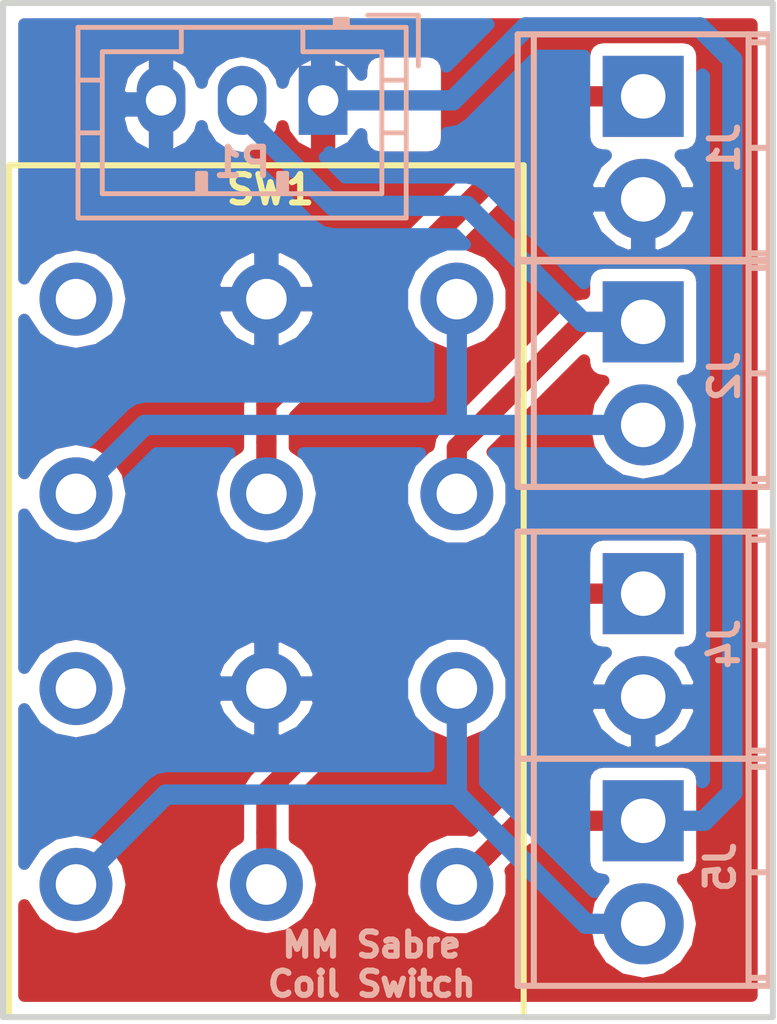
<source format=kicad_pcb>
(kicad_pcb (version 4) (host pcbnew 4.0.4-1.fc24-product)

  (general
    (links 14)
    (no_connects 3)
    (area 136.924999 78.924999 156.075001 104.075001)
    (thickness 1.6)
    (drawings 9)
    (tracks 35)
    (zones 0)
    (modules 6)
    (nets 10)
  )

  (page A4)
  (layers
    (0 F.Cu signal)
    (31 B.Cu signal)
    (32 B.Adhes user)
    (33 F.Adhes user)
    (34 B.Paste user)
    (35 F.Paste user)
    (36 B.SilkS user)
    (37 F.SilkS user)
    (38 B.Mask user)
    (39 F.Mask user)
    (40 Dwgs.User user)
    (41 Cmts.User user)
    (42 Eco1.User user)
    (43 Eco2.User user)
    (44 Edge.Cuts user)
    (45 Margin user)
    (46 B.CrtYd user)
    (47 F.CrtYd user)
    (48 B.Fab user)
    (49 F.Fab user)
  )

  (setup
    (last_trace_width 0.5)
    (trace_clearance 0.3)
    (zone_clearance 0.3)
    (zone_45_only no)
    (trace_min 0.2)
    (segment_width 0.2)
    (edge_width 0.15)
    (via_size 0.6)
    (via_drill 0.4)
    (via_min_size 0.4)
    (via_min_drill 0.3)
    (uvia_size 0.3)
    (uvia_drill 0.1)
    (uvias_allowed no)
    (uvia_min_size 0.2)
    (uvia_min_drill 0.1)
    (pcb_text_width 0.3)
    (pcb_text_size 1.5 1.5)
    (mod_edge_width 0.15)
    (mod_text_size 0.7 0.7)
    (mod_text_width 0.15)
    (pad_size 1.524 1.524)
    (pad_drill 0.762)
    (pad_to_mask_clearance 0.2)
    (aux_axis_origin 0 0)
    (visible_elements 7FFFFFFF)
    (pcbplotparams
      (layerselection 0x010fc_80000001)
      (usegerberextensions true)
      (excludeedgelayer true)
      (linewidth 0.100000)
      (plotframeref false)
      (viasonmask false)
      (mode 1)
      (useauxorigin false)
      (hpglpennumber 1)
      (hpglpenspeed 20)
      (hpglpendiameter 15)
      (hpglpenoverlay 2)
      (psnegative false)
      (psa4output false)
      (plotreference true)
      (plotvalue true)
      (plotinvisibletext false)
      (padsonsilk false)
      (subtractmaskfromsilk false)
      (outputformat 1)
      (mirror false)
      (drillshape 0)
      (scaleselection 1)
      (outputdirectory ../../GERBER/MM/SW_MM/))
  )

  (net 0 "")
  (net 1 "Net-(SW1-Pad6)")
  (net 2 Earth)
  (net 3 /BNH)
  (net 4 /BBC)
  (net 5 /BBH)
  (net 6 /NNH)
  (net 7 /NBC)
  (net 8 /NBH)
  (net 9 "Net-(SW1-Pad12)")

  (net_class Default "This is the default net class."
    (clearance 0.3)
    (trace_width 0.5)
    (via_dia 0.6)
    (via_drill 0.4)
    (uvia_dia 0.3)
    (uvia_drill 0.1)
    (add_net /BBC)
    (add_net /BBH)
    (add_net /BNH)
    (add_net /NBC)
    (add_net /NBH)
    (add_net /NNH)
    (add_net Earth)
    (add_net "Net-(SW1-Pad12)")
    (add_net "Net-(SW1-Pad6)")
  )

  (module LIBS:NKK_DP3T (layer F.Cu) (tedit 5B18BD8B) (tstamp 5B18C1FD)
    (at 148.2 100.7)
    (descr "2-way 2.54mm pitch terminal block, Phoenix MPT series")
    (path /5B18C0D4)
    (fp_text reference SW1 (at -4.6 -17.1 180) (layer F.SilkS)
      (effects (font (size 0.7 0.7) (thickness 0.15)))
    )
    (fp_text value SW_4PDT_x4 (at -4.45 4.55) (layer F.Fab) hide
      (effects (font (size 0.7 0.7) (thickness 0.15)))
    )
    (fp_text user %R (at -4.8 -17.1) (layer F.Fab) hide
      (effects (font (size 0.7 0.7) (thickness 0.15)))
    )
    (fp_line (start 1.8 3.45) (end -11.2 3.45) (layer F.CrtYd) (width 0.05))
    (fp_line (start 1.8 -17.9) (end 1.8 3.45) (layer F.CrtYd) (width 0.05))
    (fp_line (start -11.2 -17.9) (end 1.8 -17.9) (layer F.CrtYd) (width 0.05))
    (fp_line (start -11.2 3.45) (end -11.2 -17.9) (layer F.CrtYd) (width 0.05))
    (fp_line (start 1.65 -17.7) (end -11.05 -17.7) (layer F.SilkS) (width 0.15))
    (fp_line (start -11.05 -17.7) (end -11.05 3.3) (layer F.SilkS) (width 0.15))
    (fp_line (start -11.05 3.3) (end 1.65 3.3) (layer F.SilkS) (width 0.15))
    (fp_line (start 1.65 3.3) (end 1.65 -17.7) (layer F.SilkS) (width 0.15))
    (pad 5 thru_hole oval (at -4.7 -4.8 180) (size 1.8 1.8) (drill 1) (layers *.Cu *.Mask)
      (net 2 Earth))
    (pad 4 thru_hole circle (at 0 -4.8 180) (size 1.8 1.8) (drill 1) (layers *.Cu *.Mask)
      (net 7 /NBC))
    (pad 6 thru_hole oval (at -9.4 -4.8 180) (size 1.8 1.8) (drill 1) (layers *.Cu *.Mask)
      (net 1 "Net-(SW1-Pad6)"))
    (pad 1 thru_hole circle (at 0 0.03 180) (size 1.8 1.8) (drill 1) (layers *.Cu *.Mask)
      (net 8 /NBH))
    (pad 2 thru_hole oval (at -4.7 0.03 180) (size 1.8 1.8) (drill 1) (layers *.Cu *.Mask)
      (net 6 /NNH))
    (pad 3 thru_hole oval (at -9.4 0.03 180) (size 1.8 1.8) (drill 1) (layers *.Cu *.Mask)
      (net 7 /NBC))
    (pad 7 thru_hole circle (at 0 -9.6 180) (size 1.8 1.8) (drill 1) (layers *.Cu *.Mask)
      (net 5 /BBH))
    (pad 8 thru_hole oval (at -4.7 -9.6 180) (size 1.8 1.8) (drill 1) (layers *.Cu *.Mask)
      (net 3 /BNH))
    (pad 9 thru_hole oval (at -9.4 -9.6 180) (size 1.8 1.8) (drill 1) (layers *.Cu *.Mask)
      (net 4 /BBC))
    (pad 10 thru_hole circle (at 0 -14.4 180) (size 1.8 1.8) (drill 1) (layers *.Cu *.Mask)
      (net 4 /BBC))
    (pad 11 thru_hole oval (at -4.7 -14.4 180) (size 1.8 1.8) (drill 1) (layers *.Cu *.Mask)
      (net 2 Earth))
    (pad 12 thru_hole oval (at -9.4 -14.4 180) (size 1.8 1.8) (drill 1) (layers *.Cu *.Mask)
      (net 9 "Net-(SW1-Pad12)"))
    (model ${KISYS3DMOD}/TerminalBlock_Phoenix.3dshapes/TerminalBlock_Phoenix_MPT-2.54mm_2pol.wrl
      (at (xyz 0.05 0 0))
      (scale (xyz 1 1 1))
      (rotate (xyz 0 0 0))
    )
  )

  (module LIBS:TerminalBlock_Phoenix_MPT-2.54mm_2pol (layer B.Cu) (tedit 5B18BCD3) (tstamp 5B18C1A1)
    (at 152.8 81.3 270)
    (descr "2-way 2.54mm pitch terminal block, Phoenix MPT series")
    (path /5B169653)
    (fp_text reference J1 (at 1.27 -2 270) (layer B.SilkS)
      (effects (font (size 0.7 0.7) (thickness 0.15)) (justify mirror))
    )
    (fp_text value Screw_Terminal_01x02 (at 1.27 -4.50088 270) (layer B.Fab) hide
      (effects (font (size 0.7 0.7) (thickness 0.15)) (justify mirror))
    )
    (fp_text user %R (at 1.27 -1.045 270) (layer B.Fab) hide
      (effects (font (size 0.7 0.7) (thickness 0.15)) (justify mirror))
    )
    (fp_line (start -1.7 3.3) (end 4.3 3.3) (layer B.CrtYd) (width 0.05))
    (fp_line (start -1.7 -3.3) (end -1.7 3.3) (layer B.CrtYd) (width 0.05))
    (fp_line (start 4.3 -3.3) (end -1.7 -3.3) (layer B.CrtYd) (width 0.05))
    (fp_line (start 4.3 3.3) (end 4.3 -3.3) (layer B.CrtYd) (width 0.05))
    (fp_line (start 4.06908 -2.60096) (end -1.52908 -2.60096) (layer B.SilkS) (width 0.15))
    (fp_line (start -1.33096 -3.0988) (end -1.33096 -2.60096) (layer B.SilkS) (width 0.15))
    (fp_line (start 3.87096 -2.60096) (end 3.87096 -3.0988) (layer B.SilkS) (width 0.15))
    (fp_line (start 1.27 -3.0988) (end 1.27 -2.60096) (layer B.SilkS) (width 0.15))
    (fp_line (start -1.52908 2.70002) (end 4.06908 2.70002) (layer B.SilkS) (width 0.15))
    (fp_line (start -1.52908 -3.0988) (end 4.06908 -3.0988) (layer B.SilkS) (width 0.15))
    (fp_line (start 4.06908 -3.0988) (end 4.06908 3.0988) (layer B.SilkS) (width 0.15))
    (fp_line (start 4.06908 3.0988) (end -1.52908 3.0988) (layer B.SilkS) (width 0.15))
    (fp_line (start -1.52908 3.0988) (end -1.52908 -3.0988) (layer B.SilkS) (width 0.15))
    (pad 2 thru_hole oval (at 2.54 0 270) (size 1.99898 1.99898) (drill 1.09728) (layers *.Cu *.Mask)
      (net 2 Earth))
    (pad 1 thru_hole rect (at 0 0 270) (size 1.99898 1.99898) (drill 1.09728) (layers *.Cu *.Mask)
      (net 3 /BNH))
    (model ${KISYS3DMOD}/TerminalBlock_Phoenix.3dshapes/TerminalBlock_Phoenix_MPT-2.54mm_2pol.wrl
      (at (xyz 0.05 0 0))
      (scale (xyz 1 1 1))
      (rotate (xyz 0 0 0))
    )
  )

  (module LIBS:TerminalBlock_Phoenix_MPT-2.54mm_2pol (layer B.Cu) (tedit 5B18BCD0) (tstamp 5B18C1B5)
    (at 152.8 86.86 270)
    (descr "2-way 2.54mm pitch terminal block, Phoenix MPT series")
    (path /5B1696A1)
    (fp_text reference J2 (at 1.34 -2 270) (layer B.SilkS)
      (effects (font (size 0.7 0.7) (thickness 0.15)) (justify mirror))
    )
    (fp_text value Screw_Terminal_01x02 (at 1.27 -4.50088 270) (layer B.Fab) hide
      (effects (font (size 0.7 0.7) (thickness 0.15)) (justify mirror))
    )
    (fp_text user %R (at 1.27 -1.045 270) (layer B.Fab) hide
      (effects (font (size 0.7 0.7) (thickness 0.15)) (justify mirror))
    )
    (fp_line (start -1.7 3.3) (end 4.3 3.3) (layer B.CrtYd) (width 0.05))
    (fp_line (start -1.7 -3.3) (end -1.7 3.3) (layer B.CrtYd) (width 0.05))
    (fp_line (start 4.3 -3.3) (end -1.7 -3.3) (layer B.CrtYd) (width 0.05))
    (fp_line (start 4.3 3.3) (end 4.3 -3.3) (layer B.CrtYd) (width 0.05))
    (fp_line (start 4.06908 -2.60096) (end -1.52908 -2.60096) (layer B.SilkS) (width 0.15))
    (fp_line (start -1.33096 -3.0988) (end -1.33096 -2.60096) (layer B.SilkS) (width 0.15))
    (fp_line (start 3.87096 -2.60096) (end 3.87096 -3.0988) (layer B.SilkS) (width 0.15))
    (fp_line (start 1.27 -3.0988) (end 1.27 -2.60096) (layer B.SilkS) (width 0.15))
    (fp_line (start -1.52908 2.70002) (end 4.06908 2.70002) (layer B.SilkS) (width 0.15))
    (fp_line (start -1.52908 -3.0988) (end 4.06908 -3.0988) (layer B.SilkS) (width 0.15))
    (fp_line (start 4.06908 -3.0988) (end 4.06908 3.0988) (layer B.SilkS) (width 0.15))
    (fp_line (start 4.06908 3.0988) (end -1.52908 3.0988) (layer B.SilkS) (width 0.15))
    (fp_line (start -1.52908 3.0988) (end -1.52908 -3.0988) (layer B.SilkS) (width 0.15))
    (pad 2 thru_hole oval (at 2.54 0 270) (size 1.99898 1.99898) (drill 1.09728) (layers *.Cu *.Mask)
      (net 4 /BBC))
    (pad 1 thru_hole rect (at 0 0 270) (size 1.99898 1.99898) (drill 1.09728) (layers *.Cu *.Mask)
      (net 5 /BBH))
    (model ${KISYS3DMOD}/TerminalBlock_Phoenix.3dshapes/TerminalBlock_Phoenix_MPT-2.54mm_2pol.wrl
      (at (xyz 0.05 0 0))
      (scale (xyz 1 1 1))
      (rotate (xyz 0 0 0))
    )
  )

  (module LIBS:TerminalBlock_Phoenix_MPT-2.54mm_2pol (layer B.Cu) (tedit 5B18BCE8) (tstamp 5B18C1C9)
    (at 152.8 93.56 270)
    (descr "2-way 2.54mm pitch terminal block, Phoenix MPT series")
    (path /5B18BF43)
    (fp_text reference J4 (at 1.24 -2 270) (layer B.SilkS)
      (effects (font (size 0.7 0.7) (thickness 0.15)) (justify mirror))
    )
    (fp_text value Screw_Terminal_01x02 (at 1.27 -4.50088 270) (layer B.Fab) hide
      (effects (font (size 0.7 0.7) (thickness 0.15)) (justify mirror))
    )
    (fp_text user %R (at 1.27 -1.045 270) (layer B.Fab) hide
      (effects (font (size 0.7 0.7) (thickness 0.15)) (justify mirror))
    )
    (fp_line (start -1.7 3.3) (end 4.3 3.3) (layer B.CrtYd) (width 0.05))
    (fp_line (start -1.7 -3.3) (end -1.7 3.3) (layer B.CrtYd) (width 0.05))
    (fp_line (start 4.3 -3.3) (end -1.7 -3.3) (layer B.CrtYd) (width 0.05))
    (fp_line (start 4.3 3.3) (end 4.3 -3.3) (layer B.CrtYd) (width 0.05))
    (fp_line (start 4.06908 -2.60096) (end -1.52908 -2.60096) (layer B.SilkS) (width 0.15))
    (fp_line (start -1.33096 -3.0988) (end -1.33096 -2.60096) (layer B.SilkS) (width 0.15))
    (fp_line (start 3.87096 -2.60096) (end 3.87096 -3.0988) (layer B.SilkS) (width 0.15))
    (fp_line (start 1.27 -3.0988) (end 1.27 -2.60096) (layer B.SilkS) (width 0.15))
    (fp_line (start -1.52908 2.70002) (end 4.06908 2.70002) (layer B.SilkS) (width 0.15))
    (fp_line (start -1.52908 -3.0988) (end 4.06908 -3.0988) (layer B.SilkS) (width 0.15))
    (fp_line (start 4.06908 -3.0988) (end 4.06908 3.0988) (layer B.SilkS) (width 0.15))
    (fp_line (start 4.06908 3.0988) (end -1.52908 3.0988) (layer B.SilkS) (width 0.15))
    (fp_line (start -1.52908 3.0988) (end -1.52908 -3.0988) (layer B.SilkS) (width 0.15))
    (pad 2 thru_hole oval (at 2.54 0 270) (size 1.99898 1.99898) (drill 1.09728) (layers *.Cu *.Mask)
      (net 2 Earth))
    (pad 1 thru_hole rect (at 0 0 270) (size 1.99898 1.99898) (drill 1.09728) (layers *.Cu *.Mask)
      (net 6 /NNH))
    (model ${KISYS3DMOD}/TerminalBlock_Phoenix.3dshapes/TerminalBlock_Phoenix_MPT-2.54mm_2pol.wrl
      (at (xyz 0.05 0 0))
      (scale (xyz 1 1 1))
      (rotate (xyz 0 0 0))
    )
  )

  (module LIBS:TerminalBlock_Phoenix_MPT-2.54mm_2pol (layer B.Cu) (tedit 5B18BCEA) (tstamp 5B18C1DD)
    (at 152.8 99.16 270)
    (descr "2-way 2.54mm pitch terminal block, Phoenix MPT series")
    (path /5B18BF49)
    (fp_text reference J5 (at 1.14 -1.9 270) (layer B.SilkS)
      (effects (font (size 0.7 0.7) (thickness 0.15)) (justify mirror))
    )
    (fp_text value Screw_Terminal_01x02 (at 1.27 -4.50088 270) (layer B.Fab) hide
      (effects (font (size 0.7 0.7) (thickness 0.15)) (justify mirror))
    )
    (fp_text user %R (at 1.27 -1.045 270) (layer B.Fab) hide
      (effects (font (size 0.7 0.7) (thickness 0.15)) (justify mirror))
    )
    (fp_line (start -1.7 3.3) (end 4.3 3.3) (layer B.CrtYd) (width 0.05))
    (fp_line (start -1.7 -3.3) (end -1.7 3.3) (layer B.CrtYd) (width 0.05))
    (fp_line (start 4.3 -3.3) (end -1.7 -3.3) (layer B.CrtYd) (width 0.05))
    (fp_line (start 4.3 3.3) (end 4.3 -3.3) (layer B.CrtYd) (width 0.05))
    (fp_line (start 4.06908 -2.60096) (end -1.52908 -2.60096) (layer B.SilkS) (width 0.15))
    (fp_line (start -1.33096 -3.0988) (end -1.33096 -2.60096) (layer B.SilkS) (width 0.15))
    (fp_line (start 3.87096 -2.60096) (end 3.87096 -3.0988) (layer B.SilkS) (width 0.15))
    (fp_line (start 1.27 -3.0988) (end 1.27 -2.60096) (layer B.SilkS) (width 0.15))
    (fp_line (start -1.52908 2.70002) (end 4.06908 2.70002) (layer B.SilkS) (width 0.15))
    (fp_line (start -1.52908 -3.0988) (end 4.06908 -3.0988) (layer B.SilkS) (width 0.15))
    (fp_line (start 4.06908 -3.0988) (end 4.06908 3.0988) (layer B.SilkS) (width 0.15))
    (fp_line (start 4.06908 3.0988) (end -1.52908 3.0988) (layer B.SilkS) (width 0.15))
    (fp_line (start -1.52908 3.0988) (end -1.52908 -3.0988) (layer B.SilkS) (width 0.15))
    (pad 2 thru_hole oval (at 2.54 0 270) (size 1.99898 1.99898) (drill 1.09728) (layers *.Cu *.Mask)
      (net 7 /NBC))
    (pad 1 thru_hole rect (at 0 0 270) (size 1.99898 1.99898) (drill 1.09728) (layers *.Cu *.Mask)
      (net 8 /NBH))
    (model ${KISYS3DMOD}/TerminalBlock_Phoenix.3dshapes/TerminalBlock_Phoenix_MPT-2.54mm_2pol.wrl
      (at (xyz 0.05 0 0))
      (scale (xyz 1 1 1))
      (rotate (xyz 0 0 0))
    )
  )

  (module Connectors_JST:JST_PH_B3B-PH-K_03x2.00mm_Straight (layer B.Cu) (tedit 5B18C4E5) (tstamp 5B18CE2F)
    (at 144.9 81.4 180)
    (descr "JST PH series connector, B3B-PH-K, top entry type, through hole, Datasheet: http://www.jst-mfg.com/product/pdf/eng/ePH.pdf")
    (tags "connector jst ph")
    (path /5B18C99E)
    (fp_text reference P1 (at 2 -1.524999 180) (layer B.SilkS)
      (effects (font (size 0.7 0.7) (thickness 0.15)) (justify mirror))
    )
    (fp_text value CONN_01X03 (at 2 -3.8 180) (layer B.Fab) hide
      (effects (font (size 0.7 0.7) (thickness 0.15)) (justify mirror))
    )
    (fp_line (start -2.05 1.8) (end -2.05 -2.9) (layer B.SilkS) (width 0.12))
    (fp_line (start -2.05 -2.9) (end 6.05 -2.9) (layer B.SilkS) (width 0.12))
    (fp_line (start 6.05 -2.9) (end 6.05 1.8) (layer B.SilkS) (width 0.12))
    (fp_line (start 6.05 1.8) (end -2.05 1.8) (layer B.SilkS) (width 0.12))
    (fp_line (start 0.5 1.8) (end 0.5 1.2) (layer B.SilkS) (width 0.12))
    (fp_line (start 0.5 1.2) (end -1.45 1.2) (layer B.SilkS) (width 0.12))
    (fp_line (start -1.45 1.2) (end -1.45 -2.3) (layer B.SilkS) (width 0.12))
    (fp_line (start -1.45 -2.3) (end 5.45 -2.3) (layer B.SilkS) (width 0.12))
    (fp_line (start 5.45 -2.3) (end 5.45 1.2) (layer B.SilkS) (width 0.12))
    (fp_line (start 5.45 1.2) (end 3.5 1.2) (layer B.SilkS) (width 0.12))
    (fp_line (start 3.5 1.2) (end 3.5 1.8) (layer B.SilkS) (width 0.12))
    (fp_line (start -2.05 0.5) (end -1.45 0.5) (layer B.SilkS) (width 0.12))
    (fp_line (start -2.05 -0.8) (end -1.45 -0.8) (layer B.SilkS) (width 0.12))
    (fp_line (start 6.05 0.5) (end 5.45 0.5) (layer B.SilkS) (width 0.12))
    (fp_line (start 6.05 -0.8) (end 5.45 -0.8) (layer B.SilkS) (width 0.12))
    (fp_line (start -0.3 1.8) (end -0.3 2) (layer B.SilkS) (width 0.12))
    (fp_line (start -0.3 2) (end -0.6 2) (layer B.SilkS) (width 0.12))
    (fp_line (start -0.6 2) (end -0.6 1.8) (layer B.SilkS) (width 0.12))
    (fp_line (start -0.3 1.9) (end -0.6 1.9) (layer B.SilkS) (width 0.12))
    (fp_line (start 0.9 -2.3) (end 0.9 -1.8) (layer B.SilkS) (width 0.12))
    (fp_line (start 0.9 -1.8) (end 1.1 -1.8) (layer B.SilkS) (width 0.12))
    (fp_line (start 1.1 -1.8) (end 1.1 -2.3) (layer B.SilkS) (width 0.12))
    (fp_line (start 1 -2.3) (end 1 -1.8) (layer B.SilkS) (width 0.12))
    (fp_line (start 2.9 -2.3) (end 2.9 -1.8) (layer B.SilkS) (width 0.12))
    (fp_line (start 2.9 -1.8) (end 3.1 -1.8) (layer B.SilkS) (width 0.12))
    (fp_line (start 3.1 -1.8) (end 3.1 -2.3) (layer B.SilkS) (width 0.12))
    (fp_line (start 3 -2.3) (end 3 -1.8) (layer B.SilkS) (width 0.12))
    (fp_line (start -1.1 2.1) (end -2.35 2.1) (layer B.SilkS) (width 0.12))
    (fp_line (start -2.35 2.1) (end -2.35 0.85) (layer B.SilkS) (width 0.12))
    (fp_line (start -1.1 2.1) (end -2.35 2.1) (layer B.Fab) (width 0.1))
    (fp_line (start -2.35 2.1) (end -2.35 0.85) (layer B.Fab) (width 0.1))
    (fp_line (start -1.95 1.7) (end -1.95 -2.8) (layer B.Fab) (width 0.1))
    (fp_line (start -1.95 -2.8) (end 5.95 -2.8) (layer B.Fab) (width 0.1))
    (fp_line (start 5.95 -2.8) (end 5.95 1.7) (layer B.Fab) (width 0.1))
    (fp_line (start 5.95 1.7) (end -1.95 1.7) (layer B.Fab) (width 0.1))
    (fp_line (start -2.45 2.2) (end -2.45 -3.3) (layer B.CrtYd) (width 0.05))
    (fp_line (start -2.45 -3.3) (end 6.45 -3.3) (layer B.CrtYd) (width 0.05))
    (fp_line (start 6.45 -3.3) (end 6.45 2.2) (layer B.CrtYd) (width 0.05))
    (fp_line (start 6.45 2.2) (end -2.45 2.2) (layer B.CrtYd) (width 0.05))
    (fp_text user %R (at 2 -1.5 180) (layer B.Fab) hide
      (effects (font (size 0.7 0.7) (thickness 0.15)) (justify mirror))
    )
    (pad 1 thru_hole rect (at 0 0 180) (size 1.2 1.7) (drill 0.75) (layers *.Cu *.Mask)
      (net 8 /NBH))
    (pad 2 thru_hole oval (at 2 0 180) (size 1.2 1.7) (drill 0.75) (layers *.Cu *.Mask)
      (net 5 /BBH))
    (pad 3 thru_hole oval (at 4 0 180) (size 1.2 1.7) (drill 0.75) (layers *.Cu *.Mask)
      (net 2 Earth))
    (model ${KISYS3DMOD}/Connectors_JST.3dshapes/JST_PH_B3B-PH-K_03x2.00mm_Straight.wrl
      (at (xyz 0 0 0))
      (scale (xyz 1 1 1))
      (rotate (xyz 0 0 0))
    )
  )

  (gr_line (start 137.3 103.7) (end 137.3 79.3) (layer Margin) (width 0.2))
  (gr_line (start 155.7 103.7) (end 137.3 103.7) (layer Margin) (width 0.2))
  (gr_line (start 155.7 79.3) (end 155.7 103.7) (layer Margin) (width 0.2))
  (gr_line (start 137.3 79.3) (end 155.7 79.3) (layer Margin) (width 0.2))
  (gr_text "MM Sabre\nCoil Switch" (at 146.1 102.7) (layer B.SilkS)
    (effects (font (size 0.6 0.6) (thickness 0.15)))
  )
  (gr_line (start 156 104) (end 137 104) (layer Edge.Cuts) (width 0.15))
  (gr_line (start 156 79) (end 156 104) (layer Edge.Cuts) (width 0.15))
  (gr_line (start 137 79) (end 156 79) (layer Edge.Cuts) (width 0.15))
  (gr_line (start 137 104) (end 137 79) (layer Edge.Cuts) (width 0.15))

  (segment (start 152.8 81.3) (end 151.1 81.3) (width 0.5) (layer F.Cu) (net 3))
  (segment (start 151.1 81.3) (end 143.5 88.9) (width 0.5) (layer F.Cu) (net 3))
  (segment (start 143.5 88.9) (end 143.5 89.827208) (width 0.5) (layer F.Cu) (net 3))
  (segment (start 143.5 89.827208) (end 143.5 91.1) (width 0.5) (layer F.Cu) (net 3))
  (segment (start 152.8 89.4) (end 148.2 89.4) (width 0.5) (layer B.Cu) (net 4))
  (segment (start 148.2 89.4) (end 140.5 89.4) (width 0.5) (layer B.Cu) (net 4))
  (segment (start 148.2 86.3) (end 148.2 89.4) (width 0.5) (layer B.Cu) (net 4))
  (segment (start 140.5 89.4) (end 138.8 91.1) (width 0.5) (layer B.Cu) (net 4))
  (segment (start 152.8 86.86) (end 151.30051 86.86) (width 0.5) (layer B.Cu) (net 5))
  (segment (start 151.30051 86.86) (end 148.44051 84) (width 0.5) (layer B.Cu) (net 5))
  (segment (start 148.44051 84) (end 145.15 84) (width 0.5) (layer B.Cu) (net 5))
  (segment (start 145.15 84) (end 142.9 81.75) (width 0.5) (layer B.Cu) (net 5))
  (segment (start 142.9 81.75) (end 142.9 81.5) (width 0.5) (layer B.Cu) (net 5))
  (segment (start 152.8 86.86) (end 151.30051 86.86) (width 0.5) (layer F.Cu) (net 5))
  (segment (start 151.30051 86.86) (end 148.2 89.96051) (width 0.5) (layer F.Cu) (net 5))
  (segment (start 148.2 89.96051) (end 148.2 91.1) (width 0.5) (layer F.Cu) (net 5))
  (segment (start 152.8 93.56) (end 148.393998 93.56) (width 0.5) (layer F.Cu) (net 6))
  (segment (start 148.393998 93.56) (end 143.5 98.453998) (width 0.5) (layer F.Cu) (net 6))
  (segment (start 143.5 98.453998) (end 143.5 99.457208) (width 0.5) (layer F.Cu) (net 6))
  (segment (start 143.5 99.457208) (end 143.5 100.73) (width 0.5) (layer F.Cu) (net 6))
  (segment (start 138.8 100.73) (end 141.016508 98.513492) (width 0.5) (layer B.Cu) (net 7))
  (segment (start 141.016508 98.513492) (end 148.2 98.513492) (width 0.5) (layer B.Cu) (net 7))
  (segment (start 152.8 101.7) (end 151.386508 101.7) (width 0.5) (layer B.Cu) (net 7))
  (segment (start 151.386508 101.7) (end 148.2 98.513492) (width 0.5) (layer B.Cu) (net 7))
  (segment (start 148.2 98.513492) (end 148.2 97.172792) (width 0.5) (layer B.Cu) (net 7))
  (segment (start 148.2 97.172792) (end 148.2 95.9) (width 0.5) (layer B.Cu) (net 7))
  (segment (start 149.9 79.6) (end 148.1 81.4) (width 0.5) (layer B.Cu) (net 8))
  (segment (start 148.1 81.4) (end 144.9 81.4) (width 0.5) (layer B.Cu) (net 8))
  (segment (start 152.8 99.16) (end 154.29949 99.16) (width 0.5) (layer B.Cu) (net 8))
  (segment (start 154.29949 99.16) (end 155 98.45949) (width 0.5) (layer B.Cu) (net 8))
  (segment (start 155 98.45949) (end 155 80.4) (width 0.5) (layer B.Cu) (net 8))
  (segment (start 155 80.4) (end 154.2 79.6) (width 0.5) (layer B.Cu) (net 8))
  (segment (start 154.2 79.6) (end 149.9 79.6) (width 0.5) (layer B.Cu) (net 8))
  (segment (start 152.8 99.16) (end 149.77 99.16) (width 0.5) (layer F.Cu) (net 8))
  (segment (start 149.77 99.16) (end 148.2 100.73) (width 0.5) (layer F.Cu) (net 8))

  (zone (net 2) (net_name Earth) (layer F.Cu) (tstamp 0) (hatch edge 0.508)
    (connect_pads (clearance 0.3))
    (min_thickness 0.3)
    (fill yes (arc_segments 16) (thermal_gap 0.3) (thermal_bridge_width 0.6))
    (polygon
      (pts
        (xy 137 104) (xy 137 79) (xy 156 79) (xy 156 104)
      )
    )
    (filled_polygon
      (pts
        (xy 155.475 103.475) (xy 137.525 103.475) (xy 137.525 101.240012) (xy 137.526315 101.246623) (xy 137.818958 101.684594)
        (xy 138.256929 101.977237) (xy 138.773552 102.08) (xy 138.826448 102.08) (xy 139.343071 101.977237) (xy 139.781042 101.684594)
        (xy 140.073685 101.246623) (xy 140.176448 100.73) (xy 142.123552 100.73) (xy 142.226315 101.246623) (xy 142.518958 101.684594)
        (xy 142.956929 101.977237) (xy 143.473552 102.08) (xy 143.526448 102.08) (xy 144.043071 101.977237) (xy 144.481042 101.684594)
        (xy 144.773685 101.246623) (xy 144.823268 100.997353) (xy 146.849766 100.997353) (xy 147.054858 101.493715) (xy 147.434288 101.873807)
        (xy 147.93029 102.079765) (xy 148.467353 102.080234) (xy 148.963715 101.875142) (xy 149.343807 101.495712) (xy 149.549765 100.99971)
        (xy 149.550234 100.462647) (xy 149.523063 100.396887) (xy 150.05995 99.86) (xy 151.341694 99.86) (xy 151.341694 100.15949)
        (xy 151.373072 100.32625) (xy 151.471627 100.479409) (xy 151.622005 100.582158) (xy 151.80051 100.618306) (xy 151.817489 100.618306)
        (xy 151.775056 100.646659) (xy 151.460846 101.116907) (xy 151.35051 101.671603) (xy 151.35051 101.728397) (xy 151.460846 102.283093)
        (xy 151.775056 102.753341) (xy 152.245304 103.067551) (xy 152.8 103.177887) (xy 153.354696 103.067551) (xy 153.824944 102.753341)
        (xy 154.139154 102.283093) (xy 154.24949 101.728397) (xy 154.24949 101.671603) (xy 154.139154 101.116907) (xy 153.824944 100.646659)
        (xy 153.782511 100.618306) (xy 153.79949 100.618306) (xy 153.96625 100.586928) (xy 154.119409 100.488373) (xy 154.222158 100.337995)
        (xy 154.258306 100.15949) (xy 154.258306 98.16051) (xy 154.226928 97.99375) (xy 154.128373 97.840591) (xy 153.977995 97.737842)
        (xy 153.79949 97.701694) (xy 151.80051 97.701694) (xy 151.63375 97.733072) (xy 151.480591 97.831627) (xy 151.377842 97.982005)
        (xy 151.341694 98.16051) (xy 151.341694 98.46) (xy 149.77 98.46) (xy 149.502122 98.513284) (xy 149.50212 98.513285)
        (xy 149.502121 98.513285) (xy 149.275025 98.665025) (xy 148.533378 99.406672) (xy 148.46971 99.380235) (xy 147.932647 99.379766)
        (xy 147.436285 99.584858) (xy 147.056193 99.964288) (xy 146.850235 100.46029) (xy 146.849766 100.997353) (xy 144.823268 100.997353)
        (xy 144.876448 100.73) (xy 144.773685 100.213377) (xy 144.481042 99.775406) (xy 144.2 99.58762) (xy 144.2 98.743948)
        (xy 146.84983 96.094118) (xy 146.849766 96.167353) (xy 147.054858 96.663715) (xy 147.434288 97.043807) (xy 147.93029 97.249765)
        (xy 148.467353 97.250234) (xy 148.963715 97.045142) (xy 149.343807 96.665712) (xy 149.423542 96.473688) (xy 151.399496 96.473688)
        (xy 151.649107 96.981192) (xy 152.073931 97.354543) (xy 152.426314 97.500493) (xy 152.65 97.428549) (xy 152.65 96.25)
        (xy 152.95 96.25) (xy 152.95 97.428549) (xy 153.173686 97.500493) (xy 153.526069 97.354543) (xy 153.950893 96.981192)
        (xy 154.200504 96.473688) (xy 154.129219 96.25) (xy 152.95 96.25) (xy 152.65 96.25) (xy 151.470781 96.25)
        (xy 151.399496 96.473688) (xy 149.423542 96.473688) (xy 149.549765 96.16971) (xy 149.550234 95.632647) (xy 149.345142 95.136285)
        (xy 148.965712 94.756193) (xy 148.46971 94.550235) (xy 148.393779 94.550169) (xy 148.683948 94.26) (xy 151.341694 94.26)
        (xy 151.341694 94.55949) (xy 151.373072 94.72625) (xy 151.471627 94.879409) (xy 151.622005 94.982158) (xy 151.80051 95.018306)
        (xy 151.877252 95.018306) (xy 151.649107 95.218808) (xy 151.399496 95.726312) (xy 151.470781 95.95) (xy 152.65 95.95)
        (xy 152.65 95.93) (xy 152.95 95.93) (xy 152.95 95.95) (xy 154.129219 95.95) (xy 154.200504 95.726312)
        (xy 153.950893 95.218808) (xy 153.722748 95.018306) (xy 153.79949 95.018306) (xy 153.96625 94.986928) (xy 154.119409 94.888373)
        (xy 154.222158 94.737995) (xy 154.258306 94.55949) (xy 154.258306 92.56051) (xy 154.226928 92.39375) (xy 154.128373 92.240591)
        (xy 153.977995 92.137842) (xy 153.79949 92.101694) (xy 151.80051 92.101694) (xy 151.63375 92.133072) (xy 151.480591 92.231627)
        (xy 151.377842 92.382005) (xy 151.341694 92.56051) (xy 151.341694 92.86) (xy 148.393998 92.86) (xy 148.12612 92.913284)
        (xy 148.126118 92.913285) (xy 148.126119 92.913285) (xy 147.899023 93.065025) (xy 144.776743 96.187305) (xy 144.728375 96.05)
        (xy 143.65 96.05) (xy 143.65 97.129153) (xy 143.787103 97.176945) (xy 143.005025 97.959023) (xy 142.853284 98.186119)
        (xy 142.853284 98.18612) (xy 142.8 98.453998) (xy 142.8 99.58762) (xy 142.518958 99.775406) (xy 142.226315 100.213377)
        (xy 142.123552 100.73) (xy 140.176448 100.73) (xy 140.073685 100.213377) (xy 139.781042 99.775406) (xy 139.343071 99.482763)
        (xy 138.826448 99.38) (xy 138.773552 99.38) (xy 138.256929 99.482763) (xy 137.818958 99.775406) (xy 137.526315 100.213377)
        (xy 137.525 100.219988) (xy 137.525 96.410012) (xy 137.526315 96.416623) (xy 137.818958 96.854594) (xy 138.256929 97.147237)
        (xy 138.773552 97.25) (xy 138.826448 97.25) (xy 139.343071 97.147237) (xy 139.781042 96.854594) (xy 140.073685 96.416623)
        (xy 140.10523 96.258032) (xy 142.198342 96.258032) (xy 142.326412 96.567252) (xy 142.671092 96.965573) (xy 143.141966 97.20167)
        (xy 143.35 97.129153) (xy 143.35 96.05) (xy 142.271625 96.05) (xy 142.198342 96.258032) (xy 140.10523 96.258032)
        (xy 140.176448 95.9) (xy 140.105231 95.541968) (xy 142.198342 95.541968) (xy 142.271625 95.75) (xy 143.35 95.75)
        (xy 143.35 94.670847) (xy 143.65 94.670847) (xy 143.65 95.75) (xy 144.728375 95.75) (xy 144.801658 95.541968)
        (xy 144.673588 95.232748) (xy 144.328908 94.834427) (xy 143.858034 94.59833) (xy 143.65 94.670847) (xy 143.35 94.670847)
        (xy 143.141966 94.59833) (xy 142.671092 94.834427) (xy 142.326412 95.232748) (xy 142.198342 95.541968) (xy 140.105231 95.541968)
        (xy 140.073685 95.383377) (xy 139.781042 94.945406) (xy 139.343071 94.652763) (xy 138.826448 94.55) (xy 138.773552 94.55)
        (xy 138.256929 94.652763) (xy 137.818958 94.945406) (xy 137.526315 95.383377) (xy 137.525 95.389988) (xy 137.525 91.610012)
        (xy 137.526315 91.616623) (xy 137.818958 92.054594) (xy 138.256929 92.347237) (xy 138.773552 92.45) (xy 138.826448 92.45)
        (xy 139.343071 92.347237) (xy 139.781042 92.054594) (xy 140.073685 91.616623) (xy 140.176448 91.1) (xy 142.123552 91.1)
        (xy 142.226315 91.616623) (xy 142.518958 92.054594) (xy 142.956929 92.347237) (xy 143.473552 92.45) (xy 143.526448 92.45)
        (xy 144.043071 92.347237) (xy 144.481042 92.054594) (xy 144.773685 91.616623) (xy 144.823268 91.367353) (xy 146.849766 91.367353)
        (xy 147.054858 91.863715) (xy 147.434288 92.243807) (xy 147.93029 92.449765) (xy 148.467353 92.450234) (xy 148.963715 92.245142)
        (xy 149.343807 91.865712) (xy 149.549765 91.36971) (xy 149.550234 90.832647) (xy 149.345142 90.336285) (xy 149.07989 90.07057)
        (xy 151.341694 87.808766) (xy 151.341694 87.85949) (xy 151.373072 88.02625) (xy 151.471627 88.179409) (xy 151.622005 88.282158)
        (xy 151.80051 88.318306) (xy 151.817489 88.318306) (xy 151.775056 88.346659) (xy 151.460846 88.816907) (xy 151.35051 89.371603)
        (xy 151.35051 89.428397) (xy 151.460846 89.983093) (xy 151.775056 90.453341) (xy 152.245304 90.767551) (xy 152.8 90.877887)
        (xy 153.354696 90.767551) (xy 153.824944 90.453341) (xy 154.139154 89.983093) (xy 154.24949 89.428397) (xy 154.24949 89.371603)
        (xy 154.139154 88.816907) (xy 153.824944 88.346659) (xy 153.782511 88.318306) (xy 153.79949 88.318306) (xy 153.96625 88.286928)
        (xy 154.119409 88.188373) (xy 154.222158 88.037995) (xy 154.258306 87.85949) (xy 154.258306 85.86051) (xy 154.226928 85.69375)
        (xy 154.128373 85.540591) (xy 153.977995 85.437842) (xy 153.79949 85.401694) (xy 151.80051 85.401694) (xy 151.63375 85.433072)
        (xy 151.480591 85.531627) (xy 151.377842 85.682005) (xy 151.341694 85.86051) (xy 151.341694 86.16) (xy 151.30051 86.16)
        (xy 151.032632 86.213284) (xy 151.03263 86.213285) (xy 151.032631 86.213285) (xy 150.805535 86.365025) (xy 147.705025 89.465535)
        (xy 147.553284 89.692631) (xy 147.553284 89.692632) (xy 147.50693 89.925668) (xy 147.436285 89.954858) (xy 147.056193 90.334288)
        (xy 146.850235 90.83029) (xy 146.849766 91.367353) (xy 144.823268 91.367353) (xy 144.876448 91.1) (xy 144.773685 90.583377)
        (xy 144.481042 90.145406) (xy 144.2 89.95762) (xy 144.2 89.18995) (xy 146.84979 86.54016) (xy 146.849766 86.567353)
        (xy 147.054858 87.063715) (xy 147.434288 87.443807) (xy 147.93029 87.649765) (xy 148.467353 87.650234) (xy 148.963715 87.445142)
        (xy 149.343807 87.065712) (xy 149.549765 86.56971) (xy 149.550234 86.032647) (xy 149.345142 85.536285) (xy 148.965712 85.156193)
        (xy 148.46971 84.950235) (xy 148.439741 84.950209) (xy 149.176262 84.213688) (xy 151.399496 84.213688) (xy 151.649107 84.721192)
        (xy 152.073931 85.094543) (xy 152.426314 85.240493) (xy 152.65 85.168549) (xy 152.65 83.99) (xy 152.95 83.99)
        (xy 152.95 85.168549) (xy 153.173686 85.240493) (xy 153.526069 85.094543) (xy 153.950893 84.721192) (xy 154.200504 84.213688)
        (xy 154.129219 83.99) (xy 152.95 83.99) (xy 152.65 83.99) (xy 151.470781 83.99) (xy 151.399496 84.213688)
        (xy 149.176262 84.213688) (xy 151.341694 82.048256) (xy 151.341694 82.29949) (xy 151.373072 82.46625) (xy 151.471627 82.619409)
        (xy 151.622005 82.722158) (xy 151.80051 82.758306) (xy 151.877252 82.758306) (xy 151.649107 82.958808) (xy 151.399496 83.466312)
        (xy 151.470781 83.69) (xy 152.65 83.69) (xy 152.65 83.67) (xy 152.95 83.67) (xy 152.95 83.69)
        (xy 154.129219 83.69) (xy 154.200504 83.466312) (xy 153.950893 82.958808) (xy 153.722748 82.758306) (xy 153.79949 82.758306)
        (xy 153.96625 82.726928) (xy 154.119409 82.628373) (xy 154.222158 82.477995) (xy 154.258306 82.29949) (xy 154.258306 80.30051)
        (xy 154.226928 80.13375) (xy 154.128373 79.980591) (xy 153.977995 79.877842) (xy 153.79949 79.841694) (xy 151.80051 79.841694)
        (xy 151.63375 79.873072) (xy 151.480591 79.971627) (xy 151.377842 80.122005) (xy 151.341694 80.30051) (xy 151.341694 80.6)
        (xy 151.1 80.6) (xy 150.832121 80.653284) (xy 150.605025 80.805025) (xy 144.788727 86.621323) (xy 144.728375 86.45)
        (xy 143.65 86.45) (xy 143.65 87.529153) (xy 143.821215 87.588835) (xy 143.005025 88.405025) (xy 142.853284 88.632121)
        (xy 142.853284 88.632122) (xy 142.8 88.9) (xy 142.8 89.95762) (xy 142.518958 90.145406) (xy 142.226315 90.583377)
        (xy 142.123552 91.1) (xy 140.176448 91.1) (xy 140.073685 90.583377) (xy 139.781042 90.145406) (xy 139.343071 89.852763)
        (xy 138.826448 89.75) (xy 138.773552 89.75) (xy 138.256929 89.852763) (xy 137.818958 90.145406) (xy 137.526315 90.583377)
        (xy 137.525 90.589988) (xy 137.525 86.810012) (xy 137.526315 86.816623) (xy 137.818958 87.254594) (xy 138.256929 87.547237)
        (xy 138.773552 87.65) (xy 138.826448 87.65) (xy 139.343071 87.547237) (xy 139.781042 87.254594) (xy 140.073685 86.816623)
        (xy 140.10523 86.658032) (xy 142.198342 86.658032) (xy 142.326412 86.967252) (xy 142.671092 87.365573) (xy 143.141966 87.60167)
        (xy 143.35 87.529153) (xy 143.35 86.45) (xy 142.271625 86.45) (xy 142.198342 86.658032) (xy 140.10523 86.658032)
        (xy 140.176448 86.3) (xy 140.105231 85.941968) (xy 142.198342 85.941968) (xy 142.271625 86.15) (xy 143.35 86.15)
        (xy 143.35 85.070847) (xy 143.65 85.070847) (xy 143.65 86.15) (xy 144.728375 86.15) (xy 144.801658 85.941968)
        (xy 144.673588 85.632748) (xy 144.328908 85.234427) (xy 143.858034 84.99833) (xy 143.65 85.070847) (xy 143.35 85.070847)
        (xy 143.141966 84.99833) (xy 142.671092 85.234427) (xy 142.326412 85.632748) (xy 142.198342 85.941968) (xy 140.105231 85.941968)
        (xy 140.073685 85.783377) (xy 139.781042 85.345406) (xy 139.343071 85.052763) (xy 138.826448 84.95) (xy 138.773552 84.95)
        (xy 138.256929 85.052763) (xy 137.818958 85.345406) (xy 137.526315 85.783377) (xy 137.525 85.789988) (xy 137.525 81.816599)
        (xy 139.840263 81.816599) (xy 139.946417 82.217073) (xy 140.197745 82.54644) (xy 140.589275 82.75297) (xy 140.75 82.675422)
        (xy 140.75 81.65) (xy 139.955392 81.65) (xy 139.840263 81.816599) (xy 137.525 81.816599) (xy 137.525 81.183401)
        (xy 139.840263 81.183401) (xy 139.955392 81.35) (xy 140.75 81.35) (xy 140.75 80.324578) (xy 141.05 80.324578)
        (xy 141.05 81.35) (xy 141.07 81.35) (xy 141.07 81.65) (xy 141.05 81.65) (xy 141.05 82.675422)
        (xy 141.210725 82.75297) (xy 141.602255 82.54644) (xy 141.853583 82.217073) (xy 141.901719 82.035478) (xy 141.929926 82.177287)
        (xy 142.157538 82.517931) (xy 142.498182 82.745543) (xy 142.9 82.825469) (xy 143.301818 82.745543) (xy 143.642462 82.517931)
        (xy 143.870074 82.177287) (xy 143.898281 82.035478) (xy 143.946417 82.217073) (xy 144.197745 82.54644) (xy 144.589275 82.75297)
        (xy 144.75 82.675422) (xy 144.75 81.65) (xy 144.73 81.65) (xy 144.73 81.35) (xy 144.75 81.35)
        (xy 144.75 80.324578) (xy 145.05 80.324578) (xy 145.05 81.35) (xy 145.07 81.35) (xy 145.07 81.65)
        (xy 145.05 81.65) (xy 145.05 82.675422) (xy 145.210725 82.75297) (xy 145.602255 82.54644) (xy 145.841184 82.233322)
        (xy 145.841184 82.35) (xy 145.872562 82.51676) (xy 145.971117 82.669919) (xy 146.121495 82.772668) (xy 146.3 82.808816)
        (xy 147.5 82.808816) (xy 147.66676 82.777438) (xy 147.819919 82.678883) (xy 147.922668 82.528505) (xy 147.958816 82.35)
        (xy 147.958816 80.65) (xy 147.927438 80.48324) (xy 147.828883 80.330081) (xy 147.678505 80.227332) (xy 147.5 80.191184)
        (xy 146.3 80.191184) (xy 146.13324 80.222562) (xy 145.980081 80.321117) (xy 145.877332 80.471495) (xy 145.841184 80.65)
        (xy 145.841184 80.766678) (xy 145.602255 80.45356) (xy 145.210725 80.24703) (xy 145.05 80.324578) (xy 144.75 80.324578)
        (xy 144.589275 80.24703) (xy 144.197745 80.45356) (xy 143.946417 80.782927) (xy 143.898281 80.964522) (xy 143.870074 80.822713)
        (xy 143.642462 80.482069) (xy 143.301818 80.254457) (xy 142.9 80.174531) (xy 142.498182 80.254457) (xy 142.157538 80.482069)
        (xy 141.929926 80.822713) (xy 141.901719 80.964522) (xy 141.853583 80.782927) (xy 141.602255 80.45356) (xy 141.210725 80.24703)
        (xy 141.05 80.324578) (xy 140.75 80.324578) (xy 140.589275 80.24703) (xy 140.197745 80.45356) (xy 139.946417 80.782927)
        (xy 139.840263 81.183401) (xy 137.525 81.183401) (xy 137.525 79.525) (xy 155.475 79.525)
      )
    )
  )
  (zone (net 2) (net_name Earth) (layer B.Cu) (tstamp 0) (hatch edge 0.508)
    (connect_pads (clearance 0.3))
    (min_thickness 0.3)
    (fill yes (arc_segments 16) (thermal_gap 0.3) (thermal_bridge_width 0.6))
    (polygon
      (pts
        (xy 137 104) (xy 137 79) (xy 156 79) (xy 156 104)
      )
    )
    (filled_polygon
      (pts
        (xy 151.341694 80.30051) (xy 151.341694 82.29949) (xy 151.373072 82.46625) (xy 151.471627 82.619409) (xy 151.622005 82.722158)
        (xy 151.80051 82.758306) (xy 151.877252 82.758306) (xy 151.649107 82.958808) (xy 151.399496 83.466312) (xy 151.470781 83.69)
        (xy 152.65 83.69) (xy 152.65 83.67) (xy 152.95 83.67) (xy 152.95 83.69) (xy 154.129219 83.69)
        (xy 154.200504 83.466312) (xy 153.950893 82.958808) (xy 153.722748 82.758306) (xy 153.79949 82.758306) (xy 153.96625 82.726928)
        (xy 154.119409 82.628373) (xy 154.222158 82.477995) (xy 154.258306 82.29949) (xy 154.258306 80.759274) (xy 154.3 80.800968)
        (xy 154.3 98.16954) (xy 154.258306 98.211234) (xy 154.258306 98.16051) (xy 154.226928 97.99375) (xy 154.128373 97.840591)
        (xy 153.977995 97.737842) (xy 153.79949 97.701694) (xy 151.80051 97.701694) (xy 151.63375 97.733072) (xy 151.480591 97.831627)
        (xy 151.377842 97.982005) (xy 151.341694 98.16051) (xy 151.341694 100.15949) (xy 151.373072 100.32625) (xy 151.471627 100.479409)
        (xy 151.622005 100.582158) (xy 151.80051 100.618306) (xy 151.817489 100.618306) (xy 151.775056 100.646659) (xy 151.594035 100.917577)
        (xy 148.9 98.223542) (xy 148.9 97.071468) (xy 148.963715 97.045142) (xy 149.343807 96.665712) (xy 149.423542 96.473688)
        (xy 151.399496 96.473688) (xy 151.649107 96.981192) (xy 152.073931 97.354543) (xy 152.426314 97.500493) (xy 152.65 97.428549)
        (xy 152.65 96.25) (xy 152.95 96.25) (xy 152.95 97.428549) (xy 153.173686 97.500493) (xy 153.526069 97.354543)
        (xy 153.950893 96.981192) (xy 154.200504 96.473688) (xy 154.129219 96.25) (xy 152.95 96.25) (xy 152.65 96.25)
        (xy 151.470781 96.25) (xy 151.399496 96.473688) (xy 149.423542 96.473688) (xy 149.549765 96.16971) (xy 149.550234 95.632647)
        (xy 149.345142 95.136285) (xy 148.965712 94.756193) (xy 148.46971 94.550235) (xy 147.932647 94.549766) (xy 147.436285 94.754858)
        (xy 147.056193 95.134288) (xy 146.850235 95.63029) (xy 146.849766 96.167353) (xy 147.054858 96.663715) (xy 147.434288 97.043807)
        (xy 147.5 97.071093) (xy 147.5 97.813492) (xy 141.016513 97.813492) (xy 141.016508 97.813491) (xy 140.748629 97.866776)
        (xy 140.521533 98.018517) (xy 139.104702 99.435348) (xy 138.826448 99.38) (xy 138.773552 99.38) (xy 138.256929 99.482763)
        (xy 137.818958 99.775406) (xy 137.526315 100.213377) (xy 137.525 100.219988) (xy 137.525 96.410012) (xy 137.526315 96.416623)
        (xy 137.818958 96.854594) (xy 138.256929 97.147237) (xy 138.773552 97.25) (xy 138.826448 97.25) (xy 139.343071 97.147237)
        (xy 139.781042 96.854594) (xy 140.073685 96.416623) (xy 140.10523 96.258032) (xy 142.198342 96.258032) (xy 142.326412 96.567252)
        (xy 142.671092 96.965573) (xy 143.141966 97.20167) (xy 143.35 97.129153) (xy 143.35 96.05) (xy 143.65 96.05)
        (xy 143.65 97.129153) (xy 143.858034 97.20167) (xy 144.328908 96.965573) (xy 144.673588 96.567252) (xy 144.801658 96.258032)
        (xy 144.728375 96.05) (xy 143.65 96.05) (xy 143.35 96.05) (xy 142.271625 96.05) (xy 142.198342 96.258032)
        (xy 140.10523 96.258032) (xy 140.176448 95.9) (xy 140.105231 95.541968) (xy 142.198342 95.541968) (xy 142.271625 95.75)
        (xy 143.35 95.75) (xy 143.35 94.670847) (xy 143.65 94.670847) (xy 143.65 95.75) (xy 144.728375 95.75)
        (xy 144.801658 95.541968) (xy 144.673588 95.232748) (xy 144.328908 94.834427) (xy 143.858034 94.59833) (xy 143.65 94.670847)
        (xy 143.35 94.670847) (xy 143.141966 94.59833) (xy 142.671092 94.834427) (xy 142.326412 95.232748) (xy 142.198342 95.541968)
        (xy 140.105231 95.541968) (xy 140.073685 95.383377) (xy 139.781042 94.945406) (xy 139.343071 94.652763) (xy 138.826448 94.55)
        (xy 138.773552 94.55) (xy 138.256929 94.652763) (xy 137.818958 94.945406) (xy 137.526315 95.383377) (xy 137.525 95.389988)
        (xy 137.525 92.56051) (xy 151.341694 92.56051) (xy 151.341694 94.55949) (xy 151.373072 94.72625) (xy 151.471627 94.879409)
        (xy 151.622005 94.982158) (xy 151.80051 95.018306) (xy 151.877252 95.018306) (xy 151.649107 95.218808) (xy 151.399496 95.726312)
        (xy 151.470781 95.95) (xy 152.65 95.95) (xy 152.65 95.93) (xy 152.95 95.93) (xy 152.95 95.95)
        (xy 154.129219 95.95) (xy 154.200504 95.726312) (xy 153.950893 95.218808) (xy 153.722748 95.018306) (xy 153.79949 95.018306)
        (xy 153.96625 94.986928) (xy 154.119409 94.888373) (xy 154.222158 94.737995) (xy 154.258306 94.55949) (xy 154.258306 92.56051)
        (xy 154.226928 92.39375) (xy 154.128373 92.240591) (xy 153.977995 92.137842) (xy 153.79949 92.101694) (xy 151.80051 92.101694)
        (xy 151.63375 92.133072) (xy 151.480591 92.231627) (xy 151.377842 92.382005) (xy 151.341694 92.56051) (xy 137.525 92.56051)
        (xy 137.525 91.610012) (xy 137.526315 91.616623) (xy 137.818958 92.054594) (xy 138.256929 92.347237) (xy 138.773552 92.45)
        (xy 138.826448 92.45) (xy 139.343071 92.347237) (xy 139.781042 92.054594) (xy 140.073685 91.616623) (xy 140.176448 91.1)
        (xy 140.112324 90.777626) (xy 140.78995 90.1) (xy 142.586913 90.1) (xy 142.518958 90.145406) (xy 142.226315 90.583377)
        (xy 142.123552 91.1) (xy 142.226315 91.616623) (xy 142.518958 92.054594) (xy 142.956929 92.347237) (xy 143.473552 92.45)
        (xy 143.526448 92.45) (xy 144.043071 92.347237) (xy 144.481042 92.054594) (xy 144.773685 91.616623) (xy 144.876448 91.1)
        (xy 144.773685 90.583377) (xy 144.481042 90.145406) (xy 144.413087 90.1) (xy 147.29089 90.1) (xy 147.056193 90.334288)
        (xy 146.850235 90.83029) (xy 146.849766 91.367353) (xy 147.054858 91.863715) (xy 147.434288 92.243807) (xy 147.93029 92.449765)
        (xy 148.467353 92.450234) (xy 148.963715 92.245142) (xy 149.343807 91.865712) (xy 149.549765 91.36971) (xy 149.550234 90.832647)
        (xy 149.345142 90.336285) (xy 149.109269 90.1) (xy 151.538961 90.1) (xy 151.775056 90.453341) (xy 152.245304 90.767551)
        (xy 152.8 90.877887) (xy 153.354696 90.767551) (xy 153.824944 90.453341) (xy 154.139154 89.983093) (xy 154.24949 89.428397)
        (xy 154.24949 89.371603) (xy 154.139154 88.816907) (xy 153.824944 88.346659) (xy 153.782511 88.318306) (xy 153.79949 88.318306)
        (xy 153.96625 88.286928) (xy 154.119409 88.188373) (xy 154.222158 88.037995) (xy 154.258306 87.85949) (xy 154.258306 85.86051)
        (xy 154.226928 85.69375) (xy 154.128373 85.540591) (xy 153.977995 85.437842) (xy 153.79949 85.401694) (xy 151.80051 85.401694)
        (xy 151.63375 85.433072) (xy 151.480591 85.531627) (xy 151.377842 85.682005) (xy 151.341694 85.86051) (xy 151.341694 85.911234)
        (xy 149.644148 84.213688) (xy 151.399496 84.213688) (xy 151.649107 84.721192) (xy 152.073931 85.094543) (xy 152.426314 85.240493)
        (xy 152.65 85.168549) (xy 152.65 83.99) (xy 152.95 83.99) (xy 152.95 85.168549) (xy 153.173686 85.240493)
        (xy 153.526069 85.094543) (xy 153.950893 84.721192) (xy 154.200504 84.213688) (xy 154.129219 83.99) (xy 152.95 83.99)
        (xy 152.65 83.99) (xy 151.470781 83.99) (xy 151.399496 84.213688) (xy 149.644148 84.213688) (xy 148.935485 83.505025)
        (xy 148.708389 83.353284) (xy 148.44051 83.3) (xy 145.439949 83.3) (xy 144.939949 82.8) (xy 145.050002 82.8)
        (xy 145.050002 82.675423) (xy 145.210725 82.75297) (xy 145.602255 82.54644) (xy 145.841184 82.233322) (xy 145.841184 82.35)
        (xy 145.872562 82.51676) (xy 145.971117 82.669919) (xy 146.121495 82.772668) (xy 146.3 82.808816) (xy 147.5 82.808816)
        (xy 147.66676 82.777438) (xy 147.819919 82.678883) (xy 147.922668 82.528505) (xy 147.958816 82.35) (xy 147.958816 82.2)
        (xy 148 82.2) (xy 148.267879 82.146716) (xy 148.494975 81.994975) (xy 150.18995 80.3) (xy 151.341797 80.3)
      )
    )
    (filled_polygon
      (pts
        (xy 147.943175 80.566875) (xy 147.927438 80.48324) (xy 147.828883 80.330081) (xy 147.678505 80.227332) (xy 147.5 80.191184)
        (xy 146.3 80.191184) (xy 146.13324 80.222562) (xy 145.980081 80.321117) (xy 145.877332 80.471495) (xy 145.841184 80.65)
        (xy 145.841184 80.766678) (xy 145.602255 80.45356) (xy 145.210725 80.24703) (xy 145.05 80.324578) (xy 145.05 81.35)
        (xy 145.07 81.35) (xy 145.07 81.65) (xy 145.05 81.65) (xy 145.05 81.67) (xy 144.75 81.67)
        (xy 144.75 81.65) (xy 144.73 81.65) (xy 144.73 81.35) (xy 144.75 81.35) (xy 144.75 80.324578)
        (xy 144.589275 80.24703) (xy 144.197745 80.45356) (xy 143.946417 80.782927) (xy 143.898281 80.964522) (xy 143.870074 80.822713)
        (xy 143.642462 80.482069) (xy 143.301818 80.254457) (xy 142.9 80.174531) (xy 142.498182 80.254457) (xy 142.157538 80.482069)
        (xy 141.929926 80.822713) (xy 141.901719 80.964522) (xy 141.853583 80.782927) (xy 141.602255 80.45356) (xy 141.210725 80.24703)
        (xy 141.05 80.324578) (xy 141.05 81.35) (xy 141.07 81.35) (xy 141.07 81.65) (xy 141.05 81.65)
        (xy 141.05 82.675422) (xy 141.210725 82.75297) (xy 141.602255 82.54644) (xy 141.853583 82.217073) (xy 141.901719 82.035478)
        (xy 141.929926 82.177287) (xy 142.157538 82.517931) (xy 142.498182 82.745543) (xy 142.9 82.825469) (xy 142.971331 82.811281)
        (xy 144.655023 84.494972) (xy 144.655025 84.494975) (xy 144.768574 84.570846) (xy 144.882121 84.646716) (xy 145.15 84.700001)
        (xy 145.150005 84.7) (xy 148.15056 84.7) (xy 148.400735 84.950175) (xy 147.932647 84.949766) (xy 147.436285 85.154858)
        (xy 147.056193 85.534288) (xy 146.850235 86.03029) (xy 146.849766 86.567353) (xy 147.054858 87.063715) (xy 147.434288 87.443807)
        (xy 147.5 87.471093) (xy 147.5 88.7) (xy 140.5 88.7) (xy 140.232121 88.753284) (xy 140.005025 88.905025)
        (xy 139.104702 89.805348) (xy 138.826448 89.75) (xy 138.773552 89.75) (xy 138.256929 89.852763) (xy 137.818958 90.145406)
        (xy 137.526315 90.583377) (xy 137.525 90.589988) (xy 137.525 86.810012) (xy 137.526315 86.816623) (xy 137.818958 87.254594)
        (xy 138.256929 87.547237) (xy 138.773552 87.65) (xy 138.826448 87.65) (xy 139.343071 87.547237) (xy 139.781042 87.254594)
        (xy 140.073685 86.816623) (xy 140.10523 86.658032) (xy 142.198342 86.658032) (xy 142.326412 86.967252) (xy 142.671092 87.365573)
        (xy 143.141966 87.60167) (xy 143.35 87.529153) (xy 143.35 86.45) (xy 143.65 86.45) (xy 143.65 87.529153)
        (xy 143.858034 87.60167) (xy 144.328908 87.365573) (xy 144.673588 86.967252) (xy 144.801658 86.658032) (xy 144.728375 86.45)
        (xy 143.65 86.45) (xy 143.35 86.45) (xy 142.271625 86.45) (xy 142.198342 86.658032) (xy 140.10523 86.658032)
        (xy 140.176448 86.3) (xy 140.105231 85.941968) (xy 142.198342 85.941968) (xy 142.271625 86.15) (xy 143.35 86.15)
        (xy 143.35 85.070847) (xy 143.65 85.070847) (xy 143.65 86.15) (xy 144.728375 86.15) (xy 144.801658 85.941968)
        (xy 144.673588 85.632748) (xy 144.328908 85.234427) (xy 143.858034 84.99833) (xy 143.65 85.070847) (xy 143.35 85.070847)
        (xy 143.141966 84.99833) (xy 142.671092 85.234427) (xy 142.326412 85.632748) (xy 142.198342 85.941968) (xy 140.105231 85.941968)
        (xy 140.073685 85.783377) (xy 139.781042 85.345406) (xy 139.343071 85.052763) (xy 138.826448 84.95) (xy 138.773552 84.95)
        (xy 138.256929 85.052763) (xy 137.818958 85.345406) (xy 137.526315 85.783377) (xy 137.525 85.789988) (xy 137.525 81.816599)
        (xy 139.840263 81.816599) (xy 139.946417 82.217073) (xy 140.197745 82.54644) (xy 140.589275 82.75297) (xy 140.75 82.675422)
        (xy 140.75 81.65) (xy 139.955392 81.65) (xy 139.840263 81.816599) (xy 137.525 81.816599) (xy 137.525 81.183401)
        (xy 139.840263 81.183401) (xy 139.955392 81.35) (xy 140.75 81.35) (xy 140.75 80.324578) (xy 140.589275 80.24703)
        (xy 140.197745 80.45356) (xy 139.946417 80.782927) (xy 139.840263 81.183401) (xy 137.525 81.183401) (xy 137.525 79.525)
        (xy 148.98505 79.525)
      )
    )
  )
)

</source>
